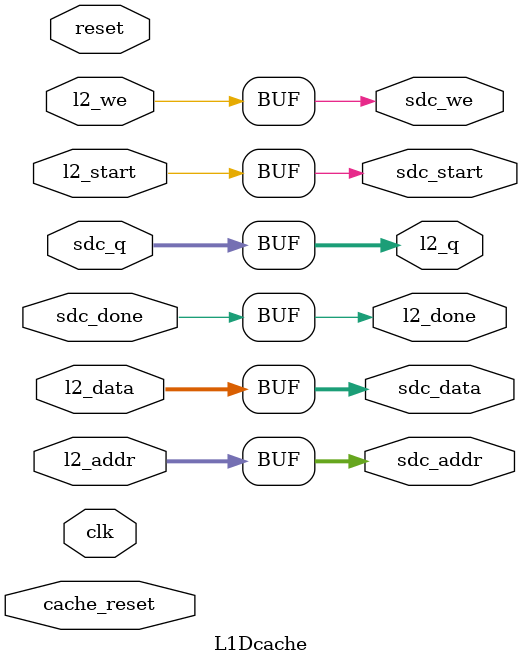
<source format=v>
/*
* L1 Data Cache
* Sits between Datamem and arbiter
* Currently skipped because of issues
*/
module L1Dcache(
    // clock/reset inputs
    input               clk,
    input               reset,
    input               cache_reset,

    // CPU bus
    input [31:0]        l2_addr,
    input [31:0]        l2_data,
    input               l2_we,
    input               l2_start,
    output [31:0]       l2_q,
    output              l2_done,

    // SDRAM controller bus
    output [31:0]       sdc_addr,
    output [31:0]       sdc_data,
    output              sdc_we,
    output              sdc_start,
    input [31:0]        sdc_q,
    input               sdc_done
);

// passthrough to skip
assign sdc_addr =  l2_addr;
assign sdc_data = l2_data;
assign sdc_we =   l2_we;
assign sdc_start = l2_start;
assign l2_q =       sdc_q;
assign l2_done =  sdc_done;

endmodule
</source>
